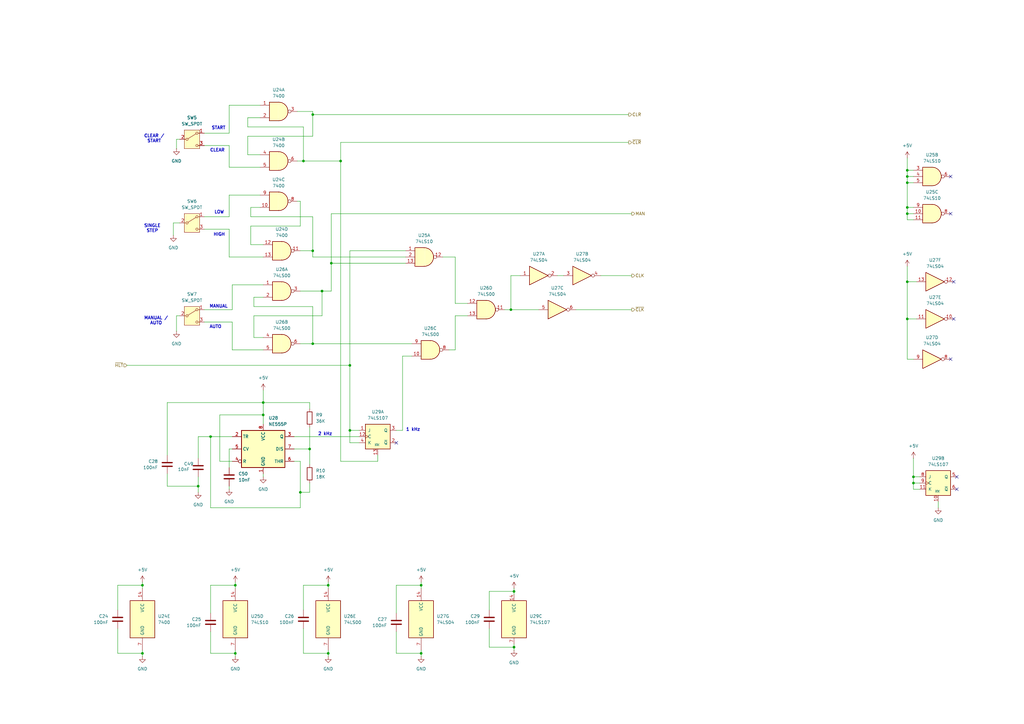
<source format=kicad_sch>
(kicad_sch (version 20231120) (generator "eeschema") (generator_version "8.0")
  (paper "A3")
  (title_block (title "ISAP-1 COMPUTER") (date "2024-11-27") (rev "Version 1") (comment 1 "by Linca Marius Gheorghe") (comment 3 "Control Panel"))
  (lib_symbols
    (symbol "74xx:7400" (pin_names (offset 1.016))
      (property "Reference" "U" (at 0 1.27 0))
      (property "Value" "7400" (at 0 -1.27 0))
      (symbol "7400_1_1"
        (pin input line (at -7.62 2.54 0) (length 3.81) (name "~") (number "1"))
        (pin input line (at -7.62 -2.54 0) (length 3.81) (name "~") (number "2"))
        (pin output inverted (at 7.62 0 180) (length 3.81) (name "~") (number "3"))
      )
      (symbol "7400_1_2"
        (pin input inverted (at -7.62 2.54 0) (length 4.318) (name "~") (number "1"))
        (pin input inverted (at -7.62 -2.54 0) (length 4.318) (name "~") (number "2"))
        (pin output line (at 7.62 0 180) (length 3.81) (name "~") (number "3"))
      )
      (symbol "7400_2_1"
        (pin input line (at -7.62 2.54 0) (length 3.81) (name "~") (number "4"))
        (pin input line (at -7.62 -2.54 0) (length 3.81) (name "~") (number "5"))
        (pin output inverted (at 7.62 0 180) (length 3.81) (name "~") (number "6"))
      )
      (symbol "7400_2_2"
        (pin input inverted (at -7.62 2.54 0) (length 4.318) (name "~") (number "4"))
        (pin input inverted (at -7.62 -2.54 0) (length 4.318) (name "~") (number "5"))
        (pin output line (at 7.62 0 180) (length 3.81) (name "~") (number "6"))
      )
      (symbol "7400_3_1"
        (pin input line (at -7.62 -2.54 0) (length 3.81) (name "~") (number "10"))
        (pin output inverted (at 7.62 0 180) (length 3.81) (name "~") (number "8"))
        (pin input line (at -7.62 2.54 0) (length 3.81) (name "~") (number "9"))
      )
      (symbol "7400_3_2"
        (pin input inverted (at -7.62 -2.54 0) (length 4.318) (name "~") (number "10"))
        (pin output line (at 7.62 0 180) (length 3.81) (name "~") (number "8"))
        (pin input inverted (at -7.62 2.54 0) (length 4.318) (name "~") (number "9"))
      )
      (symbol "7400_4_1"
        (pin output inverted (at 7.62 0 180) (length 3.81) (name "~") (number "11"))
        (pin input line (at -7.62 2.54 0) (length 3.81) (name "~") (number "12"))
        (pin input line (at -7.62 -2.54 0) (length 3.81) (name "~") (number "13"))
      )
      (symbol "7400_4_2"
        (pin output line (at 7.62 0 180) (length 3.81) (name "~") (number "11"))
        (pin input inverted (at -7.62 2.54 0) (length 4.318) (name "~") (number "12"))
        (pin input inverted (at -7.62 -2.54 0) (length 4.318) (name "~") (number "13"))
      )
      (symbol "7400_5_0"
        (pin power_in line (at 0 12.7 270) (length 5.08) (name "VCC") (number "14"))
        (pin power_in line (at 0 -12.7 90) (length 5.08) (name "GND") (number "7"))
      )
    )
    (symbol "74xx:74LS00" (pin_names (offset 1.016))
      (property "Reference" "U" (at 0 1.27 0))
      (property "Value" "74LS00" (at 0 -1.27 0))
      (symbol "74LS00_1_1"
        (pin input line (at -7.62 2.54 0) (length 3.81) (name "~") (number "1"))
        (pin input line (at -7.62 -2.54 0) (length 3.81) (name "~") (number "2"))
        (pin output inverted (at 7.62 0 180) (length 3.81) (name "~") (number "3"))
      )
      (symbol "74LS00_1_2"
        (pin input inverted (at -7.62 2.54 0) (length 4.318) (name "~") (number "1"))
        (pin input inverted (at -7.62 -2.54 0) (length 4.318) (name "~") (number "2"))
        (pin output line (at 7.62 0 180) (length 3.81) (name "~") (number "3"))
      )
      (symbol "74LS00_2_1"
        (pin input line (at -7.62 2.54 0) (length 3.81) (name "~") (number "4"))
        (pin input line (at -7.62 -2.54 0) (length 3.81) (name "~") (number "5"))
        (pin output inverted (at 7.62 0 180) (length 3.81) (name "~") (number "6"))
      )
      (symbol "74LS00_2_2"
        (pin input inverted (at -7.62 2.54 0) (length 4.318) (name "~") (number "4"))
        (pin input inverted (at -7.62 -2.54 0) (length 4.318) (name "~") (number "5"))
        (pin output line (at 7.62 0 180) (length 3.81) (name "~") (number "6"))
      )
      (symbol "74LS00_3_1"
        (pin input line (at -7.62 -2.54 0) (length 3.81) (name "~") (number "10"))
        (pin output inverted (at 7.62 0 180) (length 3.81) (name "~") (number "8"))
        (pin input line (at -7.62 2.54 0) (length 3.81) (name "~") (number "9"))
      )
      (symbol "74LS00_3_2"
        (pin input inverted (at -7.62 -2.54 0) (length 4.318) (name "~") (number "10"))
        (pin output line (at 7.62 0 180) (length 3.81) (name "~") (number "8"))
        (pin input inverted (at -7.62 2.54 0) (length 4.318) (name "~") (number "9"))
      )
      (symbol "74LS00_4_1"
        (pin output inverted (at 7.62 0 180) (length 3.81) (name "~") (number "11"))
        (pin input line (at -7.62 2.54 0) (length 3.81) (name "~") (number "12"))
        (pin input line (at -7.62 -2.54 0) (length 3.81) (name "~") (number "13"))
      )
      (symbol "74LS00_4_2"
        (pin output line (at 7.62 0 180) (length 3.81) (name "~") (number "11"))
        (pin input inverted (at -7.62 2.54 0) (length 4.318) (name "~") (number "12"))
        (pin input inverted (at -7.62 -2.54 0) (length 4.318) (name "~") (number "13"))
      )
      (symbol "74LS00_5_0"
        (pin power_in line (at 0 12.7 270) (length 5.08) (name "VCC") (number "14"))
        (pin power_in line (at 0 -12.7 90) (length 5.08) (name "GND") (number "7"))
      )
    )
    (symbol "74xx:74LS04"
      (property "Reference" "U" (at 0 1.27 0))
      (property "Value" "74LS04" (at 0 -1.27 0))
      (symbol "74LS04_1_0"
        (pin input line (at -7.62 0 0) (length 3.81) (name "~") (number "1"))
        (pin output inverted (at 7.62 0 180) (length 3.81) (name "~") (number "2"))
      )
      (symbol "74LS04_2_0"
        (pin input line (at -7.62 0 0) (length 3.81) (name "~") (number "3"))
        (pin output inverted (at 7.62 0 180) (length 3.81) (name "~") (number "4"))
      )
      (symbol "74LS04_3_0"
        (pin input line (at -7.62 0 0) (length 3.81) (name "~") (number "5"))
        (pin output inverted (at 7.62 0 180) (length 3.81) (name "~") (number "6"))
      )
      (symbol "74LS04_4_0"
        (pin output inverted (at 7.62 0 180) (length 3.81) (name "~") (number "8"))
        (pin input line (at -7.62 0 0) (length 3.81) (name "~") (number "9"))
      )
      (symbol "74LS04_5_0"
        (pin output inverted (at 7.62 0 180) (length 3.81) (name "~") (number "10"))
        (pin input line (at -7.62 0 0) (length 3.81) (name "~") (number "11"))
      )
      (symbol "74LS04_6_0"
        (pin output inverted (at 7.62 0 180) (length 3.81) (name "~") (number "12"))
        (pin input line (at -7.62 0 0) (length 3.81) (name "~") (number "13"))
      )
      (symbol "74LS04_7_0"
        (pin power_in line (at 0 12.7 270) (length 5.08) (name "VCC") (number "14"))
        (pin power_in line (at 0 -12.7 90) (length 5.08) (name "GND") (number "7"))
      )
    )
    (symbol "74xx:74LS10" (pin_names (offset 1.016))
      (property "Reference" "U" (at 0 1.27 0))
      (property "Value" "74LS10" (at 0 -1.27 0))
      (symbol "74LS10_1_1"
        (pin input line (at -7.62 2.54 0) (length 3.81) (name "~") (number "1"))
        (pin output inverted (at 7.62 0 180) (length 3.81) (name "~") (number "12"))
        (pin input line (at -7.62 -2.54 0) (length 3.81) (name "~") (number "13"))
        (pin input line (at -7.62 0 0) (length 3.81) (name "~") (number "2"))
      )
      (symbol "74LS10_1_2"
        (pin input inverted (at -7.62 2.54 0) (length 4.318) (name "~") (number "1"))
        (pin output line (at 7.62 0 180) (length 3.81) (name "~") (number "12"))
        (pin input inverted (at -7.62 -2.54 0) (length 4.318) (name "~") (number "13"))
        (pin input inverted (at -7.62 0 0) (length 4.953) (name "~") (number "2"))
      )
      (symbol "74LS10_2_1"
        (pin input line (at -7.62 2.54 0) (length 3.81) (name "~") (number "3"))
        (pin input line (at -7.62 0 0) (length 3.81) (name "~") (number "4"))
        (pin input line (at -7.62 -2.54 0) (length 3.81) (name "~") (number "5"))
        (pin output inverted (at 7.62 0 180) (length 3.81) (name "~") (number "6"))
      )
      (symbol "74LS10_2_2"
        (pin input inverted (at -7.62 2.54 0) (length 4.318) (name "~") (number "3"))
        (pin input inverted (at -7.62 0 0) (length 4.953) (name "~") (number "4"))
        (pin input inverted (at -7.62 -2.54 0) (length 4.318) (name "~") (number "5"))
        (pin output line (at 7.62 0 180) (length 3.81) (name "~") (number "6"))
      )
      (symbol "74LS10_3_1"
        (pin input line (at -7.62 0 0) (length 3.81) (name "~") (number "10"))
        (pin input line (at -7.62 -2.54 0) (length 3.81) (name "~") (number "11"))
        (pin output inverted (at 7.62 0 180) (length 3.81) (name "~") (number "8"))
        (pin input line (at -7.62 2.54 0) (length 3.81) (name "~") (number "9"))
      )
      (symbol "74LS10_3_2"
        (pin input inverted (at -7.62 0 0) (length 4.953) (name "~") (number "10"))
        (pin input inverted (at -7.62 -2.54 0) (length 4.318) (name "~") (number "11"))
        (pin output line (at 7.62 0 180) (length 3.81) (name "~") (number "8"))
        (pin input inverted (at -7.62 2.54 0) (length 4.318) (name "~") (number "9"))
      )
      (symbol "74LS10_4_0"
        (pin power_in line (at 0 12.7 270) (length 5.08) (name "VCC") (number "14"))
        (pin power_in line (at 0 -12.7 90) (length 5.08) (name "GND") (number "7"))
      )
    )
    (symbol "74xx:74LS107" (pin_names (offset 1.016))
      (property "Reference" "U" (at -7.62 8.89 0))
      (property "Value" "74LS107" (at -7.62 -8.89 0))
      (symbol "74LS107_1_0"
        (pin input line (at -7.62 2.54 0) (length 2.54) (name "J") (number "1"))
        (pin input clock (at -7.62 0 0) (length 2.54) (name "C") (number "12"))
        (pin input line (at 0 -7.62 90) (length 2.54) (name "~{R}") (number "13"))
        (pin output line (at 7.62 -2.54 180) (length 2.54) (name "~{Q}") (number "2"))
        (pin output line (at 7.62 2.54 180) (length 2.54) (name "Q") (number "3"))
        (pin input line (at -7.62 -2.54 0) (length 2.54) (name "K") (number "4"))
      )
      (symbol "74LS107_2_0"
        (pin input line (at 0 -7.62 90) (length 2.54) (name "~{R}") (number "10"))
        (pin input line (at -7.62 -2.54 0) (length 2.54) (name "K") (number "11"))
        (pin output line (at 7.62 2.54 180) (length 2.54) (name "Q") (number "5"))
        (pin output line (at 7.62 -2.54 180) (length 2.54) (name "~{Q}") (number "6"))
        (pin input line (at -7.62 2.54 0) (length 2.54) (name "J") (number "8"))
        (pin input clock (at -7.62 0 0) (length 2.54) (name "C") (number "9"))
      )
      (symbol "74LS107_3_0"
        (pin power_in line (at 0 10.16 270) (length 2.54) (name "VCC") (number "14"))
        (pin power_in line (at 0 -10.16 90) (length 2.54) (name "GND") (number "7"))
      )
    )
    (symbol "Device:C" (pin_numbers hide) (pin_names (offset 0.254))
      (property "Reference" "C" (at 0.635 2.54 0))
      (property "Value" "C" (at 0.635 -2.54 0))
      (symbol "C_1_1"
        (pin passive line (at 0 3.81 270) (length 2.794) (name "~") (number "1"))
        (pin passive line (at 0 -3.81 90) (length 2.794) (name "~") (number "2"))
      )
    )
    (symbol "Device:R" (pin_numbers hide) (pin_names (offset 0))
      (property "Reference" "R" (at 2.032 0 90))
      (property "Value" "R" (at 0 0 90))
      (symbol "R_1_1"
        (pin passive line (at 0 3.81 270) (length 1.27) (name "~") (number "1"))
        (pin passive line (at 0 -3.81 90) (length 1.27) (name "~") (number "2"))
      )
    )
    (symbol "Switch:SW_SPDT" (pin_names (offset 0) hide)
      (property "Reference" "SW" (at 0 5.08 0))
      (property "Value" "SW_SPDT" (at 0 -5.08 0))
      (symbol "SW_SPDT_1_1"
        (pin passive line (at 5.08 2.54 180) (length 2.54) (name "A") (number "1"))
        (pin passive line (at -5.08 0 0) (length 2.54) (name "B") (number "2"))
        (pin passive line (at 5.08 -2.54 180) (length 2.54) (name "C") (number "3"))
      )
    )
    (symbol "Timer:NE555P"
      (property "Reference" "U" (at -10.16 8.89 0))
      (property "Value" "NE555P" (at 2.54 8.89 0))
      (symbol "NE555P_0_0"
        (pin power_in line (at 0 -10.16 90) (length 2.54) (name "GND") (number "1"))
        (pin power_in line (at 0 10.16 270) (length 2.54) (name "VCC") (number "8"))
      )
      (symbol "NE555P_1_1"
        (pin input line (at -12.7 5.08 0) (length 3.81) (name "TR") (number "2"))
        (pin output line (at 12.7 5.08 180) (length 3.81) (name "Q") (number "3"))
        (pin input inverted (at -12.7 -5.08 0) (length 3.81) (name "R") (number "4"))
        (pin input line (at -12.7 0 0) (length 3.81) (name "CV") (number "5"))
        (pin input line (at 12.7 -5.08 180) (length 3.81) (name "THR") (number "6"))
        (pin input line (at 12.7 0 180) (length 3.81) (name "DIS") (number "7"))
      )
    )
    (symbol "power:+5V" (power) (pin_numbers hide) (pin_names (offset 0) hide)
      (property "Value" "+5V" (at 0 3.556 0))
      (symbol "+5V_1_1"
        (pin power_in line (at 0 0 90) (length 0) (name "~") (number "1"))
      )
    )
    (symbol "power:GND" (power) (pin_numbers hide) (pin_names (offset 0) hide)
      (property "Value" "GND" (at 0 -3.81 0))
      (symbol "GND_1_1"
        (pin power_in line (at 0 0 270) (length 0) (name "~") (number "1"))
      )
    )
  )
  (junction (at 172.72 267.97))
  (junction (at 372.11 74.93))
  (junction (at 143.51 176.53))
  (junction (at 96.52 240.03))
  (junction (at 128.27 140.97))
  (junction (at 372.11 115.57))
  (junction (at 374.65 195.58))
  (junction (at 135.89 107.95))
  (junction (at 58.42 267.97))
  (junction (at 139.7 66.04))
  (junction (at 210.82 265.43))
  (junction (at 124.46 66.04))
  (junction (at 96.52 267.97))
  (junction (at 127 184.15))
  (junction (at 107.95 170.18))
  (junction (at 372.11 130.81))
  (junction (at 81.28 199.39))
  (junction (at 86.36 179.07))
  (junction (at 372.11 72.39))
  (junction (at 172.72 240.03))
  (junction (at 372.11 69.85))
  (junction (at 128.27 46.99))
  (junction (at 374.65 198.12))
  (junction (at 210.82 242.57))
  (junction (at 58.42 240.03))
  (junction (at 128.27 102.87))
  (junction (at 123.19 201.93))
  (junction (at 134.62 267.97))
  (junction (at 134.62 240.03))
  (junction (at 132.08 119.38))
  (junction (at 372.11 87.63))
  (junction (at 372.11 85.09))
  (junction (at 107.95 165.1))
  (junction (at 143.51 149.86))
  (junction (at 209.55 127))
  (no_connect (at 391.16 115.57))
  (no_connect (at 392.43 195.58))
  (no_connect (at 162.56 181.61))
  (no_connect (at 389.89 147.32))
  (no_connect (at 391.16 130.81))
  (no_connect (at 389.89 72.39))
  (no_connect (at 392.43 200.66))
  (no_connect (at 389.89 87.63))
  (wire (pts (xy 135.89 107.95) (xy 166.37 107.95)))
  (wire (pts (xy 102.87 88.9) (xy 128.27 88.9)))
  (wire (pts (xy 143.51 102.87) (xy 166.37 102.87)))
  (wire (pts (xy 139.7 189.23) (xy 154.94 189.23)))
  (wire (pts (xy 372.11 90.17) (xy 372.11 87.63)))
  (wire (pts (xy 128.27 46.99) (xy 128.27 55.88)))
  (wire (pts (xy 73.66 129.54) (xy 72.39 129.54)))
  (wire (pts (xy 172.72 267.97) (xy 172.72 269.24)))
  (wire (pts (xy 372.11 87.63) (xy 374.65 87.63)))
  (wire (pts (xy 102.87 92.71) (xy 102.87 100.33)))
  (wire (pts (xy 86.36 251.46) (xy 86.36 240.03)))
  (wire (pts (xy 96.52 267.97) (xy 96.52 269.24)))
  (wire (pts (xy 128.27 46.99) (xy 257.81 46.99)))
  (wire (pts (xy 374.65 85.09) (xy 372.11 85.09)))
  (wire (pts (xy 127 190.5) (xy 127 184.15)))
  (wire (pts (xy 372.11 85.09) (xy 372.11 74.93)))
  (wire (pts (xy 68.58 199.39) (xy 81.28 199.39)))
  (wire (pts (xy 200.66 265.43) (xy 210.82 265.43)))
  (wire (pts (xy 107.95 160.02) (xy 107.95 165.1)))
  (wire (pts (xy 86.36 259.08) (xy 86.36 267.97)))
  (wire (pts (xy 259.08 87.63) (xy 135.89 87.63)))
  (wire (pts (xy 134.62 267.97) (xy 134.62 269.24)))
  (wire (pts (xy 213.36 113.03) (xy 209.55 113.03)))
  (wire (pts (xy 124.46 66.04) (xy 139.7 66.04)))
  (wire (pts (xy 58.42 267.97) (xy 58.42 269.24)))
  (wire (pts (xy 93.98 43.18) (xy 93.98 54.61)))
  (wire (pts (xy 184.15 143.51) (xy 186.69 143.51)))
  (wire (pts (xy 106.68 68.58) (xy 93.98 68.58)))
  (wire (pts (xy 96.52 240.03) (xy 96.52 241.3)))
  (wire (pts (xy 132.08 119.38) (xy 132.08 129.54)))
  (wire (pts (xy 135.89 87.63) (xy 135.89 107.95)))
  (wire (pts (xy 143.51 181.61) (xy 147.32 181.61)))
  (wire (pts (xy 86.36 267.97) (xy 96.52 267.97)))
  (wire (pts (xy 93.98 80.01) (xy 93.98 88.9)))
  (wire (pts (xy 200.66 242.57) (xy 210.82 242.57)))
  (wire (pts (xy 81.28 195.58) (xy 81.28 199.39)))
  (wire (pts (xy 139.7 66.04) (xy 139.7 189.23)))
  (wire (pts (xy 72.39 57.15) (xy 72.39 60.96)))
  (wire (pts (xy 90.17 170.18) (xy 107.95 170.18)))
  (wire (pts (xy 107.95 105.41) (xy 93.98 105.41)))
  (wire (pts (xy 127 175.26) (xy 127 184.15)))
  (wire (pts (xy 128.27 105.41) (xy 128.27 102.87)))
  (wire (pts (xy 120.65 184.15) (xy 127 184.15)))
  (wire (pts (xy 372.11 130.81) (xy 375.92 130.81)))
  (wire (pts (xy 372.11 115.57) (xy 372.11 130.81)))
  (wire (pts (xy 200.66 250.19) (xy 200.66 242.57)))
  (wire (pts (xy 128.27 45.72) (xy 128.27 46.99)))
  (wire (pts (xy 220.98 127) (xy 209.55 127)))
  (wire (pts (xy 384.81 205.74) (xy 384.81 208.28)))
  (wire (pts (xy 52.07 149.86) (xy 143.51 149.86)))
  (wire (pts (xy 372.11 69.85) (xy 374.65 69.85)))
  (wire (pts (xy 139.7 58.42) (xy 257.81 58.42)))
  (wire (pts (xy 48.26 267.97) (xy 58.42 267.97)))
  (wire (pts (xy 86.36 240.03) (xy 96.52 240.03)))
  (wire (pts (xy 83.82 88.9) (xy 93.98 88.9)))
  (wire (pts (xy 372.11 130.81) (xy 372.11 147.32)))
  (wire (pts (xy 210.82 265.43) (xy 210.82 266.7)))
  (wire (pts (xy 107.95 194.31) (xy 107.95 195.58)))
  (wire (pts (xy 106.68 85.09) (xy 102.87 85.09)))
  (wire (pts (xy 143.51 176.53) (xy 143.51 181.61)))
  (wire (pts (xy 210.82 241.3) (xy 210.82 242.57)))
  (wire (pts (xy 106.68 43.18) (xy 93.98 43.18)))
  (wire (pts (xy 104.14 129.54) (xy 104.14 138.43)))
  (wire (pts (xy 372.11 69.85) (xy 372.11 72.39)))
  (wire (pts (xy 166.37 105.41) (xy 128.27 105.41)))
  (wire (pts (xy 107.95 170.18) (xy 107.95 173.99)))
  (wire (pts (xy 172.72 266.7) (xy 172.72 267.97)))
  (wire (pts (xy 58.42 241.3) (xy 58.42 240.03)))
  (wire (pts (xy 121.92 45.72) (xy 128.27 45.72)))
  (wire (pts (xy 191.77 129.54) (xy 186.69 129.54)))
  (wire (pts (xy 48.26 250.19) (xy 48.26 240.03)))
  (wire (pts (xy 186.69 105.41) (xy 181.61 105.41)))
  (wire (pts (xy 143.51 102.87) (xy 143.51 149.86)))
  (wire (pts (xy 191.77 124.46) (xy 186.69 124.46)))
  (wire (pts (xy 259.08 127) (xy 236.22 127)))
  (wire (pts (xy 93.98 105.41) (xy 93.98 93.98)))
  (wire (pts (xy 210.82 242.57) (xy 210.82 243.84)))
  (wire (pts (xy 107.95 165.1) (xy 127 165.1)))
  (wire (pts (xy 134.62 238.76) (xy 134.62 240.03)))
  (wire (pts (xy 95.25 116.84) (xy 95.25 127)))
  (wire (pts (xy 132.08 129.54) (xy 104.14 129.54)))
  (wire (pts (xy 200.66 257.81) (xy 200.66 265.43)))
  (wire (pts (xy 93.98 199.39) (xy 93.98 200.66)))
  (wire (pts (xy 95.25 189.23) (xy 90.17 189.23)))
  (wire (pts (xy 372.11 74.93) (xy 374.65 74.93)))
  (wire (pts (xy 374.65 195.58) (xy 377.19 195.58)))
  (wire (pts (xy 102.87 100.33) (xy 107.95 100.33)))
  (wire (pts (xy 172.72 238.76) (xy 172.72 240.03)))
  (wire (pts (xy 90.17 170.18) (xy 90.17 189.23)))
  (wire (pts (xy 68.58 194.31) (xy 68.58 199.39)))
  (wire (pts (xy 68.58 165.1) (xy 107.95 165.1)))
  (wire (pts (xy 128.27 140.97) (xy 168.91 140.97)))
  (wire (pts (xy 162.56 240.03) (xy 172.72 240.03)))
  (wire (pts (xy 96.52 266.7) (xy 96.52 267.97)))
  (wire (pts (xy 186.69 124.46) (xy 186.69 105.41)))
  (wire (pts (xy 128.27 125.73) (xy 128.27 140.97)))
  (wire (pts (xy 101.6 55.88) (xy 101.6 63.5)))
  (wire (pts (xy 58.42 238.76) (xy 58.42 240.03)))
  (wire (pts (xy 123.19 201.93) (xy 123.19 208.28)))
  (wire (pts (xy 154.94 189.23) (xy 154.94 186.69)))
  (wire (pts (xy 374.65 198.12) (xy 374.65 200.66)))
  (wire (pts (xy 68.58 186.69) (xy 68.58 165.1)))
  (wire (pts (xy 86.36 179.07) (xy 86.36 208.28)))
  (wire (pts (xy 128.27 88.9) (xy 128.27 102.87)))
  (wire (pts (xy 104.14 138.43) (xy 107.95 138.43)))
  (wire (pts (xy 95.25 179.07) (xy 86.36 179.07)))
  (wire (pts (xy 372.11 72.39) (xy 374.65 72.39)))
  (wire (pts (xy 372.11 64.77) (xy 372.11 69.85)))
  (wire (pts (xy 104.14 121.92) (xy 104.14 125.73)))
  (wire (pts (xy 48.26 257.81) (xy 48.26 267.97)))
  (wire (pts (xy 123.19 201.93) (xy 127 201.93)))
  (wire (pts (xy 372.11 109.22) (xy 372.11 115.57)))
  (wire (pts (xy 123.19 189.23) (xy 123.19 201.93)))
  (wire (pts (xy 101.6 63.5) (xy 106.68 63.5)))
  (wire (pts (xy 128.27 55.88) (xy 101.6 55.88)))
  (wire (pts (xy 83.82 59.69) (xy 93.98 59.69)))
  (wire (pts (xy 72.39 129.54) (xy 72.39 135.89)))
  (wire (pts (xy 107.95 165.1) (xy 107.95 170.18)))
  (wire (pts (xy 120.65 179.07) (xy 147.32 179.07)))
  (wire (pts (xy 121.92 66.04) (xy 124.46 66.04)))
  (wire (pts (xy 374.65 90.17) (xy 372.11 90.17)))
  (wire (pts (xy 120.65 189.23) (xy 123.19 189.23)))
  (wire (pts (xy 127 167.64) (xy 127 165.1)))
  (wire (pts (xy 127 198.12) (xy 127 201.93)))
  (wire (pts (xy 95.25 143.51) (xy 95.25 132.08)))
  (wire (pts (xy 101.6 52.07) (xy 124.46 52.07)))
  (wire (pts (xy 139.7 58.42) (xy 139.7 66.04)))
  (wire (pts (xy 102.87 85.09) (xy 102.87 88.9)))
  (wire (pts (xy 132.08 119.38) (xy 135.89 119.38)))
  (wire (pts (xy 228.6 113.03) (xy 231.14 113.03)))
  (wire (pts (xy 95.25 132.08) (xy 83.82 132.08)))
  (wire (pts (xy 124.46 52.07) (xy 124.46 66.04)))
  (wire (pts (xy 73.66 91.44) (xy 71.12 91.44)))
  (wire (pts (xy 162.56 259.08) (xy 162.56 267.97)))
  (wire (pts (xy 106.68 48.26) (xy 101.6 48.26)))
  (wire (pts (xy 207.01 127) (xy 209.55 127)))
  (wire (pts (xy 95.25 184.15) (xy 93.98 184.15)))
  (wire (pts (xy 93.98 54.61) (xy 83.82 54.61)))
  (wire (pts (xy 73.66 57.15) (xy 72.39 57.15)))
  (wire (pts (xy 121.92 82.55) (xy 123.19 82.55)))
  (wire (pts (xy 86.36 208.28) (xy 123.19 208.28)))
  (wire (pts (xy 123.19 140.97) (xy 128.27 140.97)))
  (wire (pts (xy 374.65 198.12) (xy 377.19 198.12)))
  (wire (pts (xy 107.95 121.92) (xy 104.14 121.92)))
  (wire (pts (xy 93.98 68.58) (xy 93.98 59.69)))
  (wire (pts (xy 374.65 147.32) (xy 372.11 147.32)))
  (wire (pts (xy 374.65 187.96) (xy 374.65 195.58)))
  (wire (pts (xy 374.65 200.66) (xy 377.19 200.66)))
  (wire (pts (xy 123.19 82.55) (xy 123.19 92.71)))
  (wire (pts (xy 375.92 115.57) (xy 372.11 115.57)))
  (wire (pts (xy 143.51 176.53) (xy 147.32 176.53)))
  (wire (pts (xy 134.62 240.03) (xy 134.62 241.3)))
  (wire (pts (xy 107.95 143.51) (xy 95.25 143.51)))
  (wire (pts (xy 128.27 102.87) (xy 123.19 102.87)))
  (wire (pts (xy 372.11 72.39) (xy 372.11 74.93)))
  (wire (pts (xy 210.82 264.16) (xy 210.82 265.43)))
  (wire (pts (xy 209.55 113.03) (xy 209.55 127)))
  (wire (pts (xy 246.38 113.03) (xy 259.08 113.03)))
  (wire (pts (xy 374.65 195.58) (xy 374.65 198.12)))
  (wire (pts (xy 372.11 87.63) (xy 372.11 85.09)))
  (wire (pts (xy 81.28 199.39) (xy 81.28 201.93)))
  (wire (pts (xy 96.52 238.76) (xy 96.52 240.03)))
  (wire (pts (xy 162.56 251.46) (xy 162.56 240.03)))
  (wire (pts (xy 134.62 266.7) (xy 134.62 267.97)))
  (wire (pts (xy 81.28 179.07) (xy 86.36 179.07)))
  (wire (pts (xy 135.89 107.95) (xy 135.89 119.38)))
  (wire (pts (xy 186.69 129.54) (xy 186.69 143.51)))
  (wire (pts (xy 168.91 146.05) (xy 165.1 146.05)))
  (wire (pts (xy 48.26 240.03) (xy 58.42 240.03)))
  (wire (pts (xy 124.46 250.19) (xy 124.46 240.03)))
  (wire (pts (xy 81.28 187.96) (xy 81.28 179.07)))
  (wire (pts (xy 124.46 257.81) (xy 124.46 267.97)))
  (wire (pts (xy 165.1 146.05) (xy 165.1 176.53)))
  (wire (pts (xy 143.51 149.86) (xy 143.51 176.53)))
  (wire (pts (xy 172.72 240.03) (xy 172.72 241.3)))
  (wire (pts (xy 101.6 48.26) (xy 101.6 52.07)))
  (wire (pts (xy 107.95 116.84) (xy 95.25 116.84)))
  (wire (pts (xy 124.46 240.03) (xy 134.62 240.03)))
  (wire (pts (xy 95.25 127) (xy 83.82 127)))
  (wire (pts (xy 83.82 93.98) (xy 93.98 93.98)))
  (wire (pts (xy 104.14 125.73) (xy 128.27 125.73)))
  (wire (pts (xy 124.46 267.97) (xy 134.62 267.97)))
  (wire (pts (xy 93.98 184.15) (xy 93.98 191.77)))
  (wire (pts (xy 123.19 92.71) (xy 102.87 92.71)))
  (wire (pts (xy 58.42 266.7) (xy 58.42 267.97)))
  (wire (pts (xy 71.12 91.44) (xy 71.12 96.52)))
  (wire (pts (xy 162.56 176.53) (xy 165.1 176.53)))
  (wire (pts (xy 106.68 80.01) (xy 93.98 80.01)))
  (wire (pts (xy 123.19 119.38) (xy 132.08 119.38)))
  (wire (pts (xy 162.56 267.97) (xy 172.72 267.97)))
  (text "2 kHz" (at 133.35 178.054 0) (effects (font (size 1.27 1.27) (thickness 0.254) (bold yes))))
  (text "CLEAR" (at 89.154 61.722 0) (effects (font (size 1.27 1.27) (thickness 0.254) (bold yes))))
  (text "AUTO" (at 88.392 134.112 0) (effects (font (size 1.27 1.27) (thickness 0.254) (bold yes))))
  (text "MANUAL /\nAUTO" (at 64.008 131.572 0) (effects (font (size 1.27 1.27) (thickness 0.254) (bold yes))))
  (text "SINGLE\nSTEP" (at 62.484 93.726 0) (effects (font (size 1.27 1.27) (thickness 0.254) (bold yes))))
  (text "LOW" (at 89.916 87.122 0) (effects (font (size 1.27 1.27) (thickness 0.254) (bold yes))))
  (text "MANUAL" (at 89.662 125.73 0) (effects (font (size 1.27 1.27) (thickness 0.254) (bold yes))))
  (text "1 kHz" (at 169.418 176.276 0) (effects (font (size 1.27 1.27) (thickness 0.254) (bold yes))))
  (text "HIGH" (at 89.916 96.266 0) (effects (font (size 1.27 1.27) (thickness 0.254) (bold yes))))
  (text "START" (at 89.662 52.578 0) (effects (font (size 1.27 1.27) (thickness 0.254) (bold yes))))
  (text "CLEAR /\nSTART" (at 63.246 56.896 0) (effects (font (size 1.27 1.27) (thickness 0.254) (bold yes))))
  (hierarchical_label "~{HLT}" (shape input) (at 52.07 149.86 180))
  (hierarchical_label "~{CLR}" (shape output) (at 257.81 58.42 0))
  (hierarchical_label "CLK" (shape output) (at 259.08 113.03 0))
  (hierarchical_label "~{CLK}" (shape output) (at 259.08 127 0))
  (hierarchical_label "MAN" (shape output) (at 259.08 87.63 0))
  (hierarchical_label "CLR" (shape output) (at 257.81 46.99 0))
  (symbol (lib_id "74xx:74LS04") (at 172.72 254 0) (unit 7)
    (property "Reference" "U27" (at 179.07 252.7299 0) (effects (justify left)))
    (property "Value" "74LS04" (at 179.07 255.2699 0) (effects (justify left)))
    (property "Footprint" "Package_DIP:DIP-14_W7.62mm_LongPads" (effects (hide yes)))
    (property "Datasheet" "http://www.ti.com/lit/gpn/sn74LS04" (effects (hide yes)))
    (property "Description" "Hex Inverter" (effects (hide yes)))
  )
  (symbol (lib_id "Device:C") (at 68.58 190.5 0) (mirror y) (unit 1)
    (property "Reference" "C28" (at 64.77 189.2299 0) (effects (justify left)))
    (property "Value" "100nF" (at 64.77 191.7699 0) (effects (justify left)))
    (property "Footprint" "Capacitor_THT:C_Disc_D5.0mm_W2.5mm_P5.00mm" (effects (hide yes)))
    (property "Description" "Unpolarized capacitor" (effects (hide yes)))
  )
  (symbol (lib_id "74xx:74LS10") (at 96.52 254 0) (unit 4)
    (property "Reference" "U25" (at 102.87 252.7299 0) (effects (justify left)))
    (property "Value" "74LS10" (at 102.87 255.2699 0) (effects (justify left)))
    (property "Footprint" "Package_DIP:DIP-14_W7.62mm_LongPads" (effects (hide yes)))
    (property "Datasheet" "http://www.ti.com/lit/gpn/sn74LS10" (effects (hide yes)))
    (property "Description" "Triple 3-input NAND" (effects (hide yes)))
  )
  (symbol (lib_id "power:+5V") (at 134.62 238.76 0) (unit 1)
    (property "Reference" "#PWR066" (effects (hide yes)))
    (property "Value" "+5V" (at 134.62 233.68 0))
    (property "Description" "Power symbol creates a global label with name \"+5V\"" (effects (hide yes)))
  )
  (symbol (lib_id "74xx:74LS00") (at 115.57 119.38 0) (unit 1)
    (property "Reference" "U26" (at 115.5617 110.49 0))
    (property "Value" "74LS00" (at 115.5617 113.03 0))
    (property "Footprint" "Package_DIP:DIP-14_W7.62mm_LongPads" (effects (hide yes)))
    (property "Datasheet" "http://www.ti.com/lit/gpn/sn74ls00" (effects (hide yes)))
    (property "Description" "quad 2-input NAND gate" (effects (hide yes)))
  )
  (symbol (lib_id "Switch:SW_SPDT") (at 78.74 91.44 0) (unit 1)
    (property "Reference" "SW6" (at 78.74 82.55 0))
    (property "Value" "SW_SPDT" (at 78.74 85.09 0))
    (property "Footprint" "Button_Switch_THT:SW_Slide_SPDT_Straight_CK_OS102011MS2Q" (effects (hide yes)))
    (property "Description" "Switch, single pole double throw" (effects (hide yes)))
  )
  (symbol (lib_id "Device:C") (at 200.66 254 0) (mirror y) (unit 1)
    (property "Reference" "C29" (at 196.85 252.7299 0) (effects (justify left)))
    (property "Value" "100nF" (at 196.85 255.2699 0) (effects (justify left)))
    (property "Footprint" "Capacitor_THT:C_Disc_D5.0mm_W2.5mm_P5.00mm" (effects (hide yes)))
    (property "Description" "Unpolarized capacitor" (effects (hide yes)))
  )
  (symbol (lib_id "power:GND") (at 134.62 269.24 0) (unit 1)
    (property "Reference" "#PWR071" (effects (hide yes)))
    (property "Value" "GND" (at 134.62 274.32 0))
    (property "Description" "Power symbol creates a global label with name \"GND\" , ground" (effects (hide yes)))
  )
  (symbol (lib_id "74xx:74LS10") (at 173.99 105.41 0) (unit 1)
    (property "Reference" "U25" (at 173.9817 96.52 0))
    (property "Value" "74LS10" (at 173.9817 99.06 0))
    (property "Footprint" "Package_DIP:DIP-14_W7.62mm_LongPads" (effects (hide yes)))
    (property "Datasheet" "http://www.ti.com/lit/gpn/sn74LS10" (effects (hide yes)))
    (property "Description" "Triple 3-input NAND" (effects (hide yes)))
  )
  (symbol (lib_id "74xx:7400") (at 114.3 66.04 0) (unit 2)
    (property "Reference" "U24" (at 114.2917 57.15 0))
    (property "Value" "7400" (at 114.2917 59.69 0))
    (property "Footprint" "Package_DIP:DIP-14_W7.62mm_LongPads" (effects (hide yes)))
    (property "Datasheet" "http://www.ti.com/lit/gpn/sn7400" (effects (hide yes)))
    (property "Description" "quad 2-input NAND gate" (effects (hide yes)))
  )
  (symbol (lib_id "power:+5V") (at 372.11 64.77 0) (unit 1)
    (property "Reference" "#PWR061" (effects (hide yes)))
    (property "Value" "+5V" (at 372.11 59.69 0))
    (property "Description" "Power symbol creates a global label with name \"+5V\"" (effects (hide yes)))
  )
  (symbol (lib_id "power:GND") (at 107.95 195.58 0) (unit 1)
    (property "Reference" "#PWR057" (effects (hide yes)))
    (property "Value" "GND" (at 107.95 200.66 0))
    (property "Description" "Power symbol creates a global label with name \"GND\" , ground" (effects (hide yes)))
  )
  (symbol (lib_id "74xx:74LS04") (at 238.76 113.03 0) (unit 2)
    (property "Reference" "U27" (at 238.76 104.14 0))
    (property "Value" "74LS04" (at 238.76 106.68 0))
    (property "Footprint" "Package_DIP:DIP-14_W7.62mm_LongPads" (effects (hide yes)))
    (property "Datasheet" "http://www.ti.com/lit/gpn/sn74LS04" (effects (hide yes)))
    (property "Description" "Hex Inverter" (effects (hide yes)))
  )
  (symbol (lib_id "74xx:7400") (at 115.57 102.87 0) (unit 4)
    (property "Reference" "U24" (at 115.5617 93.98 0))
    (property "Value" "7400" (at 115.5617 96.52 0))
    (property "Footprint" "Package_DIP:DIP-14_W7.62mm_LongPads" (effects (hide yes)))
    (property "Datasheet" "http://www.ti.com/lit/gpn/sn7400" (effects (hide yes)))
    (property "Description" "quad 2-input NAND gate" (effects (hide yes)))
  )
  (symbol (lib_id "power:GND") (at 210.82 266.7 0) (unit 1)
    (property "Reference" "#PWR072" (effects (hide yes)))
    (property "Value" "GND" (at 210.82 271.78 0))
    (property "Description" "Power symbol creates a global label with name \"GND\" , ground" (effects (hide yes)))
  )
  (symbol (lib_id "74xx:74LS107") (at 154.94 179.07 0) (unit 1)
    (property "Reference" "U29" (at 154.94 168.91 0))
    (property "Value" "74LS107" (at 154.94 171.45 0))
    (property "Footprint" "Package_DIP:DIP-14_W7.62mm_LongPads" (effects (hide yes)))
    (property "Datasheet" "http://www.ti.com/lit/gpn/sn74LS107" (effects (hide yes)))
    (property "Description" "Dual JK Flip-Flop, reset" (effects (hide yes)))
  )
  (symbol (lib_id "74xx:74LS10") (at 382.27 87.63 0) (unit 3)
    (property "Reference" "U25" (at 382.2617 78.74 0))
    (property "Value" "74LS10" (at 382.2617 81.28 0))
    (property "Footprint" "Package_DIP:DIP-14_W7.62mm_LongPads" (effects (hide yes)))
    (property "Datasheet" "http://www.ti.com/lit/gpn/sn74LS10" (effects (hide yes)))
    (property "Description" "Triple 3-input NAND" (effects (hide yes)))
  )
  (symbol (lib_id "Device:R") (at 127 194.31 0) (unit 1)
    (property "Reference" "R10" (at 129.54 193.0399 0) (effects (justify left)))
    (property "Value" "18K" (at 129.54 195.5799 0) (effects (justify left)))
    (property "Footprint" "Resistor_THT:R_Axial_DIN0207_L6.3mm_D2.5mm_P7.62mm_Horizontal" (effects (hide yes)))
    (property "Description" "Resistor" (effects (hide yes)))
  )
  (symbol (lib_id "74xx:74LS107") (at 210.82 254 0) (unit 3)
    (property "Reference" "U29" (at 217.17 252.7299 0) (effects (justify left)))
    (property "Value" "74LS107" (at 217.17 255.2699 0) (effects (justify left)))
    (property "Footprint" "Package_DIP:DIP-14_W7.62mm_LongPads" (effects (hide yes)))
    (property "Datasheet" "http://www.ti.com/lit/gpn/sn74LS107" (effects (hide yes)))
    (property "Description" "Dual JK Flip-Flop, reset" (effects (hide yes)))
  )
  (symbol (lib_id "Switch:SW_SPDT") (at 78.74 57.15 0) (unit 1)
    (property "Reference" "SW5" (at 78.74 48.26 0))
    (property "Value" "SW_SPDT" (at 78.74 50.8 0))
    (property "Footprint" "Button_Switch_THT:SW_Slide_SPDT_Straight_CK_OS102011MS2Q" (effects (hide yes)))
    (property "Description" "Switch, single pole double throw" (effects (hide yes)))
  )
  (symbol (lib_id "power:GND") (at 81.28 201.93 0) (unit 1)
    (property "Reference" "#PWR059" (effects (hide yes)))
    (property "Value" "GND" (at 81.28 207.01 0))
    (property "Description" "Power symbol creates a global label with name \"GND\" , ground" (effects (hide yes)))
  )
  (symbol (lib_id "power:GND") (at 58.42 269.24 0) (unit 1)
    (property "Reference" "#PWR069" (effects (hide yes)))
    (property "Value" "GND" (at 58.42 274.32 0))
    (property "Description" "Power symbol creates a global label with name \"GND\" , ground" (effects (hide yes)))
  )
  (symbol (lib_id "74xx:74LS10") (at 382.27 72.39 0) (unit 2)
    (property "Reference" "U25" (at 382.2617 63.5 0))
    (property "Value" "74LS10" (at 382.2617 66.04 0))
    (property "Footprint" "Package_DIP:DIP-14_W7.62mm_LongPads" (effects (hide yes)))
    (property "Datasheet" "http://www.ti.com/lit/gpn/sn74LS10" (effects (hide yes)))
    (property "Description" "Triple 3-input NAND" (effects (hide yes)))
  )
  (symbol (lib_id "power:+5V") (at 374.65 187.96 0) (unit 1)
    (property "Reference" "#PWR063" (effects (hide yes)))
    (property "Value" "+5V" (at 374.65 182.88 0))
    (property "Description" "Power symbol creates a global label with name \"+5V\"" (effects (hide yes)))
  )
  (symbol (lib_id "74xx:74LS107") (at 384.81 198.12 0) (unit 2)
    (property "Reference" "U29" (at 384.81 187.96 0))
    (property "Value" "74LS107" (at 384.81 190.5 0))
    (property "Footprint" "Package_DIP:DIP-14_W7.62mm_LongPads" (effects (hide yes)))
    (property "Datasheet" "http://www.ti.com/lit/gpn/sn74LS107" (effects (hide yes)))
    (property "Description" "Dual JK Flip-Flop, reset" (effects (hide yes)))
  )
  (symbol (lib_id "Device:C") (at 162.56 255.27 0) (mirror y) (unit 1)
    (property "Reference" "C27" (at 158.75 253.9999 0) (effects (justify left)))
    (property "Value" "100nF" (at 158.75 256.5399 0) (effects (justify left)))
    (property "Footprint" "Capacitor_THT:C_Disc_D5.1mm_W3.2mm_P5.00mm" (effects (hide yes)))
    (property "Description" "Unpolarized capacitor" (effects (hide yes)))
  )
  (symbol (lib_id "Device:C") (at 93.98 195.58 0) (unit 1)
    (property "Reference" "C50" (at 97.79 194.3099 0) (effects (justify left)))
    (property "Value" "10nF" (at 97.79 196.8499 0) (effects (justify left)))
    (property "Footprint" "Capacitor_THT:C_Disc_D5.0mm_W2.5mm_P5.00mm" (effects (hide yes)))
    (property "Description" "Unpolarized capacitor" (effects (hide yes)))
  )
  (symbol (lib_id "Device:C") (at 81.28 191.77 0) (unit 1)
    (property "Reference" "C49" (at 75.438 190.246 0) (effects (justify left)))
    (property "Value" "10nF" (at 72.898 192.532 0) (effects (justify left)))
    (property "Footprint" "Capacitor_THT:C_Disc_D5.0mm_W2.5mm_P5.00mm" (effects (hide yes)))
    (property "Description" "Unpolarized capacitor" (effects (hide yes)))
  )
  (symbol (lib_id "74xx:74LS04") (at 220.98 113.03 0) (unit 1)
    (property "Reference" "U27" (at 220.98 104.14 0))
    (property "Value" "74LS04" (at 220.98 106.68 0))
    (property "Footprint" "Package_DIP:DIP-14_W7.62mm_LongPads" (effects (hide yes)))
    (property "Datasheet" "http://www.ti.com/lit/gpn/sn74LS04" (effects (hide yes)))
    (property "Description" "Hex Inverter" (effects (hide yes)))
  )
  (symbol (lib_id "power:+5V") (at 107.95 160.02 0) (unit 1)
    (property "Reference" "#PWR056" (effects (hide yes)))
    (property "Value" "+5V" (at 107.95 154.94 0))
    (property "Description" "Power symbol creates a global label with name \"+5V\"" (effects (hide yes)))
  )
  (symbol (lib_id "74xx:74LS04") (at 228.6 127 0) (unit 3)
    (property "Reference" "U27" (at 228.6 118.11 0))
    (property "Value" "74LS04" (at 228.6 120.65 0))
    (property "Footprint" "Package_DIP:DIP-14_W7.62mm_LongPads" (effects (hide yes)))
    (property "Datasheet" "http://www.ti.com/lit/gpn/sn74LS04" (effects (hide yes)))
    (property "Description" "Hex Inverter" (effects (hide yes)))
  )
  (symbol (lib_id "power:GND") (at 71.12 96.52 0) (unit 1)
    (property "Reference" "#PWR043" (effects (hide yes)))
    (property "Value" "GND" (at 71.12 101.6 0))
    (property "Description" "Power symbol creates a global label with name \"GND\" , ground" (effects (hide yes)))
  )
  (symbol (lib_id "74xx:74LS00") (at 176.53 143.51 0) (unit 3)
    (property "Reference" "U26" (at 176.5217 134.62 0))
    (property "Value" "74LS00" (at 176.5217 137.16 0))
    (property "Footprint" "Package_DIP:DIP-14_W7.62mm_LongPads" (effects (hide yes)))
    (property "Datasheet" "http://www.ti.com/lit/gpn/sn74ls00" (effects (hide yes)))
    (property "Description" "quad 2-input NAND gate" (effects (hide yes)))
  )
  (symbol (lib_id "power:GND") (at 72.39 60.96 0) (unit 1)
    (property "Reference" "#PWR042" (effects (hide yes)))
    (property "Value" "GND" (at 72.39 66.04 0))
    (property "Description" "Power symbol creates a global label with name \"GND\" , ground" (effects (hide yes)))
  )
  (symbol (lib_id "power:GND") (at 93.98 200.66 0) (unit 1)
    (property "Reference" "#PWR058" (effects (hide yes)))
    (property "Value" "GND" (at 93.98 205.74 0))
    (property "Description" "Power symbol creates a global label with name \"GND\" , ground" (effects (hide yes)))
  )
  (symbol (lib_id "74xx:74LS00") (at 134.62 254 0) (unit 5)
    (property "Reference" "U26" (at 140.97 252.7299 0) (effects (justify left)))
    (property "Value" "74LS00" (at 140.97 255.2699 0) (effects (justify left)))
    (property "Footprint" "Package_DIP:DIP-14_W7.62mm_LongPads" (effects (hide yes)))
    (property "Datasheet" "http://www.ti.com/lit/gpn/sn74ls00" (effects (hide yes)))
    (property "Description" "quad 2-input NAND gate" (effects (hide yes)))
  )
  (symbol (lib_id "power:GND") (at 72.39 135.89 0) (unit 1)
    (property "Reference" "#PWR060" (effects (hide yes)))
    (property "Value" "GND" (at 72.39 140.97 0))
    (property "Description" "Power symbol creates a global label with name \"GND\" , ground" (effects (hide yes)))
  )
  (symbol (lib_id "power:+5V") (at 96.52 238.76 0) (unit 1)
    (property "Reference" "#PWR065" (effects (hide yes)))
    (property "Value" "+5V" (at 96.52 233.68 0))
    (property "Description" "Power symbol creates a global label with name \"+5V\"" (effects (hide yes)))
  )
  (symbol (lib_id "74xx:74LS00") (at 115.57 140.97 0) (unit 2)
    (property "Reference" "U26" (at 115.5617 132.08 0))
    (property "Value" "74LS00" (at 115.5617 134.62 0))
    (property "Footprint" "Package_DIP:DIP-14_W7.62mm_LongPads" (effects (hide yes)))
    (property "Datasheet" "http://www.ti.com/lit/gpn/sn74ls00" (effects (hide yes)))
    (property "Description" "quad 2-input NAND gate" (effects (hide yes)))
  )
  (symbol (lib_id "Device:C") (at 48.26 254 0) (mirror y) (unit 1)
    (property "Reference" "C24" (at 44.45 252.7299 0) (effects (justify left)))
    (property "Value" "100nF" (at 44.45 255.2699 0) (effects (justify left)))
    (property "Footprint" "Capacitor_THT:C_Disc_D5.0mm_W2.5mm_P5.00mm" (effects (hide yes)))
    (property "Description" "Unpolarized capacitor" (effects (hide yes)))
  )
  (symbol (lib_id "74xx:7400") (at 114.3 82.55 0) (unit 3)
    (property "Reference" "U24" (at 114.2917 73.66 0))
    (property "Value" "7400" (at 114.2917 76.2 0))
    (property "Footprint" "Package_DIP:DIP-14_W7.62mm_LongPads" (effects (hide yes)))
    (property "Datasheet" "http://www.ti.com/lit/gpn/sn7400" (effects (hide yes)))
    (property "Description" "quad 2-input NAND gate" (effects (hide yes)))
  )
  (symbol (lib_id "power:GND") (at 172.72 269.24 0) (unit 1)
    (property "Reference" "#PWR073" (effects (hide yes)))
    (property "Value" "GND" (at 172.72 274.32 0))
    (property "Description" "Power symbol creates a global label with name \"GND\" , ground" (effects (hide yes)))
  )
  (symbol (lib_id "Timer:NE555P") (at 107.95 184.15 0) (unit 1)
    (property "Reference" "U28" (at 110.1441 171.45 0) (effects (justify left)))
    (property "Value" "NE555P" (at 110.1441 173.99 0) (effects (justify left)))
    (property "Footprint" "Package_DIP:DIP-8_W7.62mm" (effects (hide yes)))
    (property "Datasheet" "http://www.ti.com/lit/ds/symlink/ne555.pdf" (effects (hide yes)))
    (property "Description" "Precision Timers, 555 compatible,  PDIP-8" (effects (hide yes)))
  )
  (symbol (lib_id "power:+5V") (at 58.42 238.76 0) (unit 1)
    (property "Reference" "#PWR064" (effects (hide yes)))
    (property "Value" "+5V" (at 58.42 233.68 0))
    (property "Description" "Power symbol creates a global label with name \"+5V\"" (effects (hide yes)))
  )
  (symbol (lib_id "Device:C") (at 86.36 255.27 0) (mirror y) (unit 1)
    (property "Reference" "C25" (at 82.55 253.9999 0) (effects (justify left)))
    (property "Value" "100nF" (at 82.55 256.5399 0) (effects (justify left)))
    (property "Footprint" "Capacitor_THT:C_Disc_D5.0mm_W2.5mm_P5.00mm" (effects (hide yes)))
    (property "Description" "Unpolarized capacitor" (effects (hide yes)))
  )
  (symbol (lib_id "Device:C") (at 124.46 254 0) (mirror y) (unit 1)
    (property "Reference" "C26" (at 120.65 252.7299 0) (effects (justify left)))
    (property "Value" "100nF" (at 120.65 255.2699 0) (effects (justify left)))
    (property "Footprint" "Capacitor_THT:C_Disc_D5.0mm_W2.5mm_P5.00mm" (effects (hide yes)))
    (property "Description" "Unpolarized capacitor" (effects (hide yes)))
  )
  (symbol (lib_id "74xx:7400") (at 58.42 254 0) (unit 5)
    (property "Reference" "U24" (at 64.77 252.7299 0) (effects (justify left)))
    (property "Value" "7400" (at 64.77 255.2699 0) (effects (justify left)))
    (property "Footprint" "Package_DIP:DIP-14_W7.62mm_LongPads" (effects (hide yes)))
    (property "Datasheet" "http://www.ti.com/lit/gpn/sn7400" (effects (hide yes)))
    (property "Description" "quad 2-input NAND gate" (effects (hide yes)))
  )
  (symbol (lib_id "74xx:74LS04") (at 382.27 147.32 0) (unit 4)
    (property "Reference" "U27" (at 382.27 138.43 0))
    (property "Value" "74LS04" (at 382.27 140.97 0))
    (property "Footprint" "Package_DIP:DIP-14_W7.62mm_LongPads" (effects (hide yes)))
    (property "Datasheet" "http://www.ti.com/lit/gpn/sn74LS04" (effects (hide yes)))
    (property "Description" "Hex Inverter" (effects (hide yes)))
  )
  (symbol (lib_id "power:+5V") (at 210.82 241.3 0) (unit 1)
    (property "Reference" "#PWR068" (effects (hide yes)))
    (property "Value" "+5V" (at 210.82 236.22 0))
    (property "Description" "Power symbol creates a global label with name \"+5V\"" (effects (hide yes)))
  )
  (symbol (lib_id "74xx:74LS00") (at 199.39 127 0) (unit 4)
    (property "Reference" "U26" (at 199.3817 118.11 0))
    (property "Value" "74LS00" (at 199.3817 120.65 0))
    (property "Footprint" "Package_DIP:DIP-14_W7.62mm_LongPads" (effects (hide yes)))
    (property "Datasheet" "http://www.ti.com/lit/gpn/sn74ls00" (effects (hide yes)))
    (property "Description" "quad 2-input NAND gate" (effects (hide yes)))
  )
  (symbol (lib_id "74xx:74LS04") (at 383.54 115.57 0) (unit 6)
    (property "Reference" "U27" (at 383.54 106.68 0))
    (property "Value" "74LS04" (at 383.54 109.22 0))
    (property "Footprint" "Package_DIP:DIP-14_W7.62mm_LongPads" (effects (hide yes)))
    (property "Datasheet" "http://www.ti.com/lit/gpn/sn74LS04" (effects (hide yes)))
    (property "Description" "Hex Inverter" (effects (hide yes)))
  )
  (symbol (lib_id "power:+5V") (at 172.72 238.76 0) (unit 1)
    (property "Reference" "#PWR067" (effects (hide yes)))
    (property "Value" "+5V" (at 172.72 233.68 0))
    (property "Description" "Power symbol creates a global label with name \"+5V\"" (effects (hide yes)))
  )
  (symbol (lib_id "Device:R") (at 127 171.45 0) (unit 1)
    (property "Reference" "R9" (at 129.54 170.1799 0) (effects (justify left)))
    (property "Value" "36K" (at 129.54 172.7199 0) (effects (justify left)))
    (property "Footprint" "Resistor_THT:R_Axial_DIN0207_L6.3mm_D2.5mm_P7.62mm_Horizontal" (effects (hide yes)))
    (property "Description" "Resistor" (effects (hide yes)))
  )
  (symbol (lib_id "Switch:SW_SPDT") (at 78.74 129.54 0) (unit 1)
    (property "Reference" "SW7" (at 78.74 120.65 0))
    (property "Value" "SW_SPDT" (at 78.74 123.19 0))
    (property "Footprint" "Button_Switch_THT:SW_Slide_SPDT_Straight_CK_OS102011MS2Q" (effects (hide yes)))
    (property "Description" "Switch, single pole double throw" (effects (hide yes)))
  )
  (symbol (lib_id "74xx:7400") (at 114.3 45.72 0) (unit 1)
    (property "Reference" "U24" (at 114.2917 36.83 0))
    (property "Value" "7400" (at 114.2917 39.37 0))
    (property "Footprint" "Package_DIP:DIP-14_W7.62mm_LongPads" (effects (hide yes)))
    (property "Datasheet" "http://www.ti.com/lit/gpn/sn7400" (effects (hide yes)))
    (property "Description" "quad 2-input NAND gate" (effects (hide yes)))
  )
  (symbol (lib_id "power:GND") (at 96.52 269.24 0) (unit 1)
    (property "Reference" "#PWR070" (effects (hide yes)))
    (property "Value" "GND" (at 96.52 274.32 0))
    (property "Description" "Power symbol creates a global label with name \"GND\" , ground" (effects (hide yes)))
  )
  (symbol (lib_id "74xx:74LS04") (at 383.54 130.81 0) (unit 5)
    (property "Reference" "U27" (at 383.54 121.92 0))
    (property "Value" "74LS04" (at 383.54 124.46 0))
    (property "Footprint" "Package_DIP:DIP-14_W7.62mm_LongPads" (effects (hide yes)))
    (property "Datasheet" "http://www.ti.com/lit/gpn/sn74LS04" (effects (hide yes)))
    (property "Description" "Hex Inverter" (effects (hide yes)))
  )
  (symbol (lib_id "power:+5V") (at 372.11 109.22 0) (unit 1)
    (property "Reference" "#PWR040" (effects (hide yes)))
    (property "Value" "+5V" (at 372.11 104.14 0))
    (property "Description" "Power symbol creates a global label with name \"+5V\"" (effects (hide yes)))
  )
  (symbol (lib_id "power:GND") (at 384.81 208.28 0) (unit 1)
    (property "Reference" "#PWR0134" (effects (hide yes)))
    (property "Value" "GND" (at 384.81 213.36 0))
    (property "Description" "Power symbol creates a global label with name \"GND\" , ground" (effects (hide yes)))
  )
)
</source>
